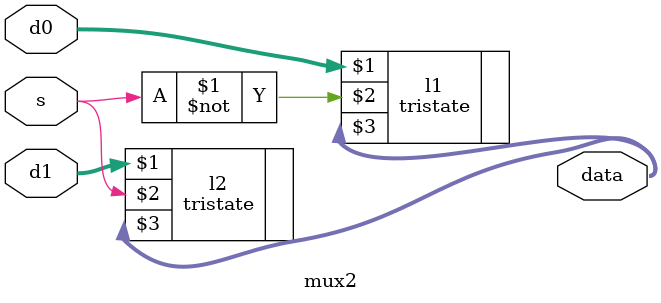
<source format=v>
`timescale 1ns/1ps

module mux2 #(parameter N=4) (input [N-1:0] d1, d0,
	    input 	 s,
	    output [N-1:0] data);

   tristate #(N) l1(d0, ~s, data);
   tristate #(N) l2(d1, s, data);
endmodule // mux2

</source>
